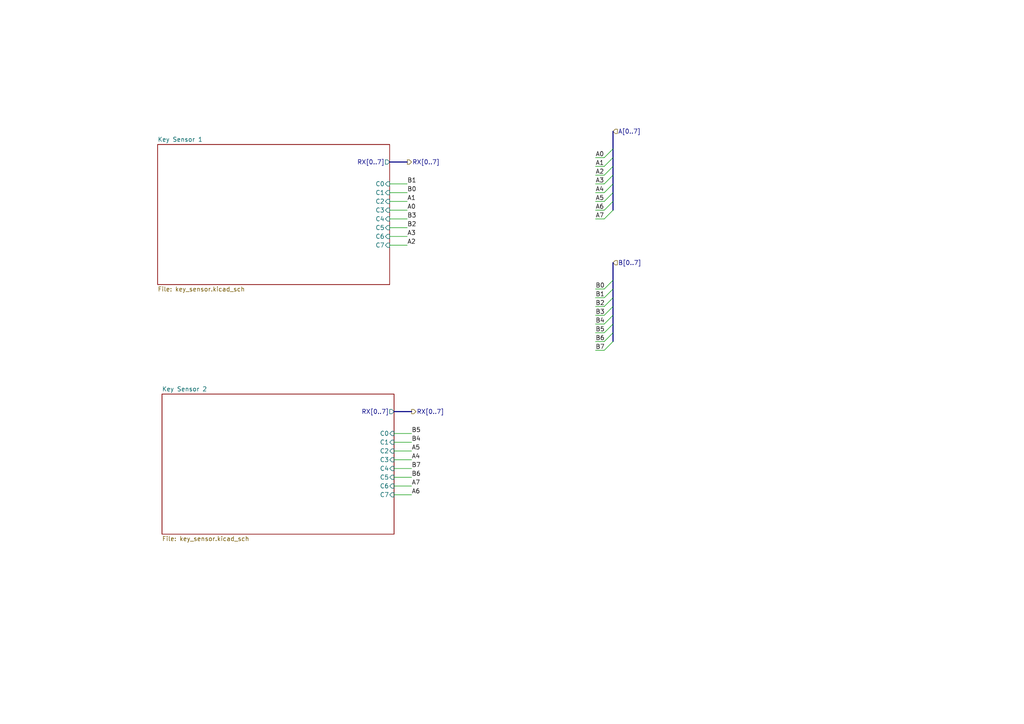
<source format=kicad_sch>
(kicad_sch (version 20230121) (generator eeschema)
  (paper "A4")
  (lib_symbols)
  (bus_entry (at 175.26 48.26) (size 2.54 -2.54))
  (bus_entry (at 175.26 63.5) (size 2.54 -2.54))
  (bus_entry (at 175.26 55.88) (size 2.54 -2.54))
  (bus_entry (at 175.26 93.98) (size 2.54 -2.54))
  (bus_entry (at 175.26 60.96) (size 2.54 -2.54))
  (bus_entry (at 175.26 91.44) (size 2.54 -2.54))
  (bus_entry (at 175.26 50.8) (size 2.54 -2.54))
  (bus_entry (at 175.26 58.42) (size 2.54 -2.54))
  (bus_entry (at 175.26 96.52) (size 2.54 -2.54))
  (bus_entry (at 175.26 101.6) (size 2.54 -2.54))
  (bus_entry (at 175.26 99.06) (size 2.54 -2.54))
  (bus_entry (at 175.26 86.36) (size 2.54 -2.54))
  (bus_entry (at 175.26 45.72) (size 2.54 -2.54))
  (bus_entry (at 175.26 53.34) (size 2.54 -2.54))
  (bus_entry (at 175.26 88.9) (size 2.54 -2.54))
  (bus_entry (at 175.26 83.82) (size 2.54 -2.54))
  (wire (pts (xy 113.03 60.96) (xy 118.11 60.96)))
  (bus (pts (xy 177.8 50.8) (xy 177.8 53.34)))
  (bus (pts (xy 113.03 46.99) (xy 118.11 46.99)))
  (wire (pts (xy 114.3 140.97) (xy 119.38 140.97)))
  (wire (pts (xy 114.3 135.89) (xy 119.38 135.89)))
  (wire (pts (xy 113.03 63.5) (xy 118.11 63.5)))
  (wire (pts (xy 172.72 48.26) (xy 175.26 48.26)))
  (bus (pts (xy 177.8 91.44) (xy 177.8 93.98)))
  (wire (pts (xy 172.72 86.36) (xy 175.26 86.36)))
  (bus (pts (xy 177.8 45.72) (xy 177.8 48.26)))
  (wire (pts (xy 172.72 63.5) (xy 175.26 63.5)))
  (wire (pts (xy 172.72 88.9) (xy 175.26 88.9)))
  (wire (pts (xy 172.72 50.8) (xy 175.26 50.8)))
  (wire (pts (xy 113.03 55.88) (xy 118.11 55.88)))
  (wire (pts (xy 172.72 93.98) (xy 175.26 93.98)))
  (wire (pts (xy 114.3 133.35) (xy 119.38 133.35)))
  (wire (pts (xy 172.72 53.34) (xy 175.26 53.34)))
  (wire (pts (xy 172.72 83.82) (xy 175.26 83.82)))
  (wire (pts (xy 172.72 58.42) (xy 175.26 58.42)))
  (wire (pts (xy 114.3 138.43) (xy 119.38 138.43)))
  (bus (pts (xy 177.8 88.9) (xy 177.8 91.44)))
  (wire (pts (xy 113.03 68.58) (xy 118.11 68.58)))
  (bus (pts (xy 177.8 43.18) (xy 177.8 45.72)))
  (wire (pts (xy 172.72 101.6) (xy 175.26 101.6)))
  (wire (pts (xy 113.03 53.34) (xy 118.11 53.34)))
  (wire (pts (xy 114.3 125.73) (xy 119.38 125.73)))
  (bus (pts (xy 177.8 96.52) (xy 177.8 99.06)))
  (wire (pts (xy 172.72 55.88) (xy 175.26 55.88)))
  (bus (pts (xy 177.8 48.26) (xy 177.8 50.8)))
  (wire (pts (xy 113.03 71.12) (xy 118.11 71.12)))
  (bus (pts (xy 177.8 93.98) (xy 177.8 96.52)))
  (wire (pts (xy 172.72 45.72) (xy 175.26 45.72)))
  (bus (pts (xy 177.8 86.36) (xy 177.8 88.9)))
  (wire (pts (xy 114.3 143.51) (xy 119.38 143.51)))
  (bus (pts (xy 177.8 81.28) (xy 177.8 83.82)))
  (bus (pts (xy 177.8 58.42) (xy 177.8 60.96)))
  (wire (pts (xy 114.3 128.27) (xy 119.38 128.27)))
  (wire (pts (xy 113.03 66.04) (xy 118.11 66.04)))
  (bus (pts (xy 177.8 55.88) (xy 177.8 58.42)))
  (wire (pts (xy 113.03 58.42) (xy 118.11 58.42)))
  (bus (pts (xy 177.8 53.34) (xy 177.8 55.88)))
  (bus (pts (xy 177.8 38.1) (xy 177.8 43.18)))
  (wire (pts (xy 172.72 96.52) (xy 175.26 96.52)))
  (bus (pts (xy 114.3 119.38) (xy 119.38 119.38)))
  (bus (pts (xy 177.8 83.82) (xy 177.8 86.36)))
  (wire (pts (xy 172.72 99.06) (xy 175.26 99.06)))
  (bus (pts (xy 177.8 76.2) (xy 177.8 81.28)))
  (wire (pts (xy 172.72 60.96) (xy 175.26 60.96)))
  (wire (pts (xy 114.3 130.81) (xy 119.38 130.81)))
  (wire (pts (xy 172.72 91.44) (xy 175.26 91.44)))
  (label "B3" (at 172.72 91.44 0))
  (label "B3" (at 118.11 63.5 0))
  (label "A6" (at 119.38 143.51 0))
  (label "A0" (at 172.72 45.72 0))
  (label "A4" (at 119.38 133.35 0))
  (label "A3" (at 118.11 68.58 0))
  (label "B6" (at 119.38 138.43 0))
  (label "A4" (at 172.72 55.88 0))
  (label "B2" (at 118.11 66.04 0))
  (label "A1" (at 118.11 58.42 0))
  (label "B1" (at 118.11 53.34 0))
  (label "B4" (at 172.72 93.98 0))
  (label "A3" (at 172.72 53.34 0))
  (label "B5" (at 172.72 96.52 0))
  (label "A5" (at 172.72 58.42 0))
  (label "B7" (at 172.72 101.6 0))
  (label "B1" (at 172.72 86.36 0))
  (label "A5" (at 119.38 130.81 0))
  (label "B6" (at 172.72 99.06 0))
  (label "A2" (at 118.11 71.12 0))
  (label "A7" (at 172.72 63.5 0))
  (label "B0" (at 118.11 55.88 0))
  (label "A2" (at 172.72 50.8 0))
  (label "A1" (at 172.72 48.26 0))
  (label "B5" (at 119.38 125.73 0))
  (label "B0" (at 172.72 83.82 0))
  (label "A0" (at 118.11 60.96 0))
  (label "A7" (at 119.38 140.97 0))
  (label "A6" (at 172.72 60.96 0))
  (label "B4" (at 119.38 128.27 0))
  (label "B2" (at 172.72 88.9 0))
  (label "B7" (at 119.38 135.89 0))
  (hierarchical_label "B[0..7]" (shape input) (at 177.8 76.2 0))
  (hierarchical_label "RX[0..7]" (shape output) (at 119.38 119.38 0))
  (hierarchical_label "A[0..7]" (shape input) (at 177.8 38.1 0))
  (hierarchical_label "RX[0..7]" (shape output) (at 118.11 46.99 0))
  (sheet (at 45.72 41.91) (size 67.31 40.64) (stroke (width 0.1524))
    (property "Sheetname" "Key Sensor 1" (at 45.72 41.1984 0) (effects (justify left bottom)))
    (property "Sheetfile" "key_sensor.kicad_sch" (at 45.72 83.1346 0) (effects (justify left top)))
    (pin "RX[0..7]" output (at 113.03 46.99 0))
    (pin "C2" input (at 113.03 58.42 0))
    (pin "C1" input (at 113.03 55.88 0))
    (pin "C0" input (at 113.03 53.34 0))
    (pin "C3" input (at 113.03 60.96 0))
    (pin "C6" input (at 113.03 68.58 0))
    (pin "C7" input (at 113.03 71.12 0))
    (pin "C5" input (at 113.03 66.04 0))
    (pin "C4" input (at 113.03 63.5 0))
  )
  (sheet (at 46.99 114.3) (size 67.31 40.64) (stroke (width 0.1524))
    (property "Sheetname" "Key Sensor 2" (at 46.99 113.5884 0) (effects (justify left bottom)))
    (property "Sheetfile" "key_sensor.kicad_sch" (at 46.99 155.5246 0) (effects (justify left top)))
    (pin "RX[0..7]" output (at 114.3 119.38 0))
    (pin "C2" input (at 114.3 130.81 0))
    (pin "C1" input (at 114.3 128.27 0))
    (pin "C0" input (at 114.3 125.73 0))
    (pin "C3" input (at 114.3 133.35 0))
    (pin "C6" input (at 114.3 140.97 0))
    (pin "C7" input (at 114.3 143.51 0))
    (pin "C5" input (at 114.3 138.43 0))
    (pin "C4" input (at 114.3 135.89 0))
  )
)
</source>
